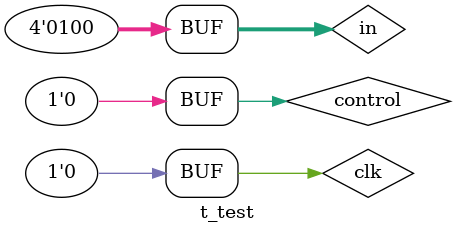
<source format=v>
`timescale 1ns / 1ps


module t_test;

	// Inputs
	reg [3:0] in;
	reg control;
	reg clk;

	// Outputs
	wire [3:0] out;

	// Instantiate the Unit Under Test (UUT)
	test uut (
		.in(in), 
		.control(control), 
		.clk(clk), 
		.out(out)
	);

	initial begin
		// Initialize Inputs
		in = 0;
		control = 0;
		clk = 0;

		// Wait 100 ns for global reset to finish
		#50;clk = ~clk;
		in = 4;
		control = 1;
		#50;clk = ~clk;
		
		#50;clk = ~clk;
		in = 5;
		control = 1;
		#50;clk = ~clk;
		
		#50;clk = ~clk;
		in = 7;
		control = 0;
		#50;clk = ~clk;
		
		#50;clk = ~clk;
		in = 3;
		control = 1;
		#50;clk = ~clk;
		
		#50;clk = ~clk;
		in = 4;
		control = 0;
		#50;clk = ~clk;
        
		// Add stimulus here

	end
      
endmodule


</source>
